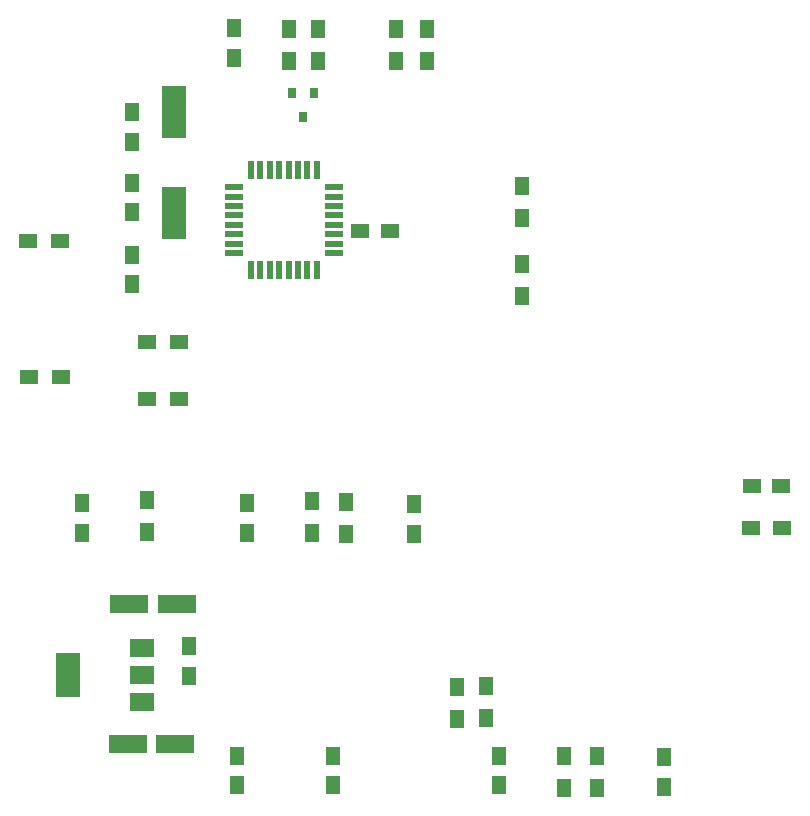
<source format=gbp>
G04 #@! TF.FileFunction,Paste,Bot*
%FSLAX46Y46*%
G04 Gerber Fmt 4.6, Leading zero omitted, Abs format (unit mm)*
G04 Created by KiCad (PCBNEW 4.0.7-e1-6374~58~ubuntu16.04.1) date Thu Aug 10 00:10:15 2017*
%MOMM*%
%LPD*%
G01*
G04 APERTURE LIST*
%ADD10C,0.100000*%
%ADD11R,1.250000X1.500000*%
%ADD12R,1.500000X1.250000*%
%ADD13R,1.600000X0.550000*%
%ADD14R,0.550000X1.600000*%
%ADD15R,0.800000X0.900000*%
%ADD16R,1.300000X1.500000*%
%ADD17R,1.500000X1.300000*%
%ADD18R,2.000000X3.800000*%
%ADD19R,2.000000X1.500000*%
%ADD20R,3.200000X1.500000*%
%ADD21R,2.000000X4.500000*%
G04 APERTURE END LIST*
D10*
D11*
X131064000Y-126091000D03*
X131064000Y-123591000D03*
D12*
X148062000Y-88392000D03*
X145562000Y-88392000D03*
D11*
X126238000Y-90444000D03*
X126238000Y-92944000D03*
X126238000Y-86848000D03*
X126238000Y-84348000D03*
X126238000Y-78379000D03*
X126238000Y-80879000D03*
X122000000Y-113950000D03*
X122000000Y-111450000D03*
X136000000Y-113950000D03*
X136000000Y-111450000D03*
X150100000Y-114050000D03*
X150100000Y-111550000D03*
X135128000Y-132862000D03*
X135128000Y-135362000D03*
X143300000Y-135350000D03*
X143300000Y-132850000D03*
X157300000Y-135350000D03*
X157300000Y-132850000D03*
X171323000Y-135489000D03*
X171323000Y-132989000D03*
X134874000Y-71267000D03*
X134874000Y-73767000D03*
D13*
X134850000Y-90300000D03*
X134850000Y-89500000D03*
X134850000Y-88700000D03*
X134850000Y-87900000D03*
X134850000Y-87100000D03*
X134850000Y-86300000D03*
X134850000Y-85500000D03*
X134850000Y-84700000D03*
D14*
X136300000Y-83250000D03*
X137100000Y-83250000D03*
X137900000Y-83250000D03*
X138700000Y-83250000D03*
X139500000Y-83250000D03*
X140300000Y-83250000D03*
X141100000Y-83250000D03*
X141900000Y-83250000D03*
D13*
X143350000Y-84700000D03*
X143350000Y-85500000D03*
X143350000Y-86300000D03*
X143350000Y-87100000D03*
X143350000Y-87900000D03*
X143350000Y-88700000D03*
X143350000Y-89500000D03*
X143350000Y-90300000D03*
D14*
X141900000Y-91750000D03*
X141100000Y-91750000D03*
X140300000Y-91750000D03*
X139500000Y-91750000D03*
X138700000Y-91750000D03*
X137900000Y-91750000D03*
X137100000Y-91750000D03*
X136300000Y-91750000D03*
D15*
X139766000Y-76724000D03*
X141666000Y-76724000D03*
X140716000Y-78724000D03*
D16*
X148590000Y-71294000D03*
X148590000Y-73994000D03*
D17*
X127550000Y-97800000D03*
X130250000Y-97800000D03*
D16*
X151257000Y-71294000D03*
X151257000Y-73994000D03*
D17*
X127550000Y-102600000D03*
X130250000Y-102600000D03*
D16*
X127508000Y-111172000D03*
X127508000Y-113872000D03*
X141478000Y-111299000D03*
X141478000Y-113999000D03*
X144400000Y-111350000D03*
X144400000Y-114050000D03*
X153800000Y-127050000D03*
X153800000Y-129750000D03*
X156200000Y-126950000D03*
X156200000Y-129650000D03*
X162800000Y-132850000D03*
X162800000Y-135550000D03*
X165600000Y-132850000D03*
X165600000Y-135550000D03*
D17*
X120150000Y-89300000D03*
X117450000Y-89300000D03*
D16*
X159258000Y-87329000D03*
X159258000Y-84629000D03*
D17*
X120250000Y-100800000D03*
X117550000Y-100800000D03*
D16*
X159258000Y-91233000D03*
X159258000Y-93933000D03*
X139573000Y-73994000D03*
X139573000Y-71294000D03*
X141986000Y-71294000D03*
X141986000Y-73994000D03*
D18*
X120802000Y-125984000D03*
D19*
X127102000Y-125984000D03*
X127102000Y-128284000D03*
X127102000Y-123684000D03*
D20*
X125889000Y-131826000D03*
X129889000Y-131826000D03*
X126016000Y-120015000D03*
X130016000Y-120015000D03*
D21*
X129800000Y-86850000D03*
X129800000Y-78350000D03*
D12*
X178709000Y-109982000D03*
X181209000Y-109982000D03*
D17*
X181309000Y-113538000D03*
X178609000Y-113538000D03*
M02*

</source>
